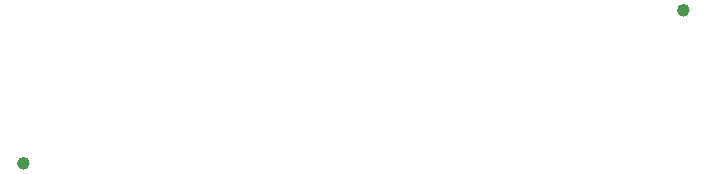
<source format=gbr>
G04 #@! TF.FileFunction,Glue,Top*
%FSLAX46Y46*%
G04 Gerber Fmt 4.6, Leading zero omitted, Abs format (unit mm)*
G04 Created by KiCad (PCBNEW 4.0.6) date 05/22/17 17:46:35*
%MOMM*%
%LPD*%
G01*
G04 APERTURE LIST*
%ADD10C,0.100000*%
%ADD11C,0.166667*%
%ADD12C,0.233333*%
G04 APERTURE END LIST*
D10*
X93550550Y-91908450D02*
G75*
G03X93550550Y-91908450I-500000J0D01*
G01*
D11*
X93467217Y-91908450D02*
G75*
G03X93467217Y-91908450I-416667J0D01*
G01*
X93317217Y-91908450D02*
G75*
G03X93317217Y-91908450I-266667J0D01*
G01*
D12*
X93167217Y-91908450D02*
G75*
G03X93167217Y-91908450I-116667J0D01*
G01*
D10*
X149425900Y-78950100D02*
G75*
G03X149425900Y-78950100I-500000J0D01*
G01*
D11*
X149342567Y-78950100D02*
G75*
G03X149342567Y-78950100I-416667J0D01*
G01*
X149192567Y-78950100D02*
G75*
G03X149192567Y-78950100I-266667J0D01*
G01*
D12*
X149042567Y-78950100D02*
G75*
G03X149042567Y-78950100I-116667J0D01*
G01*
M02*

</source>
